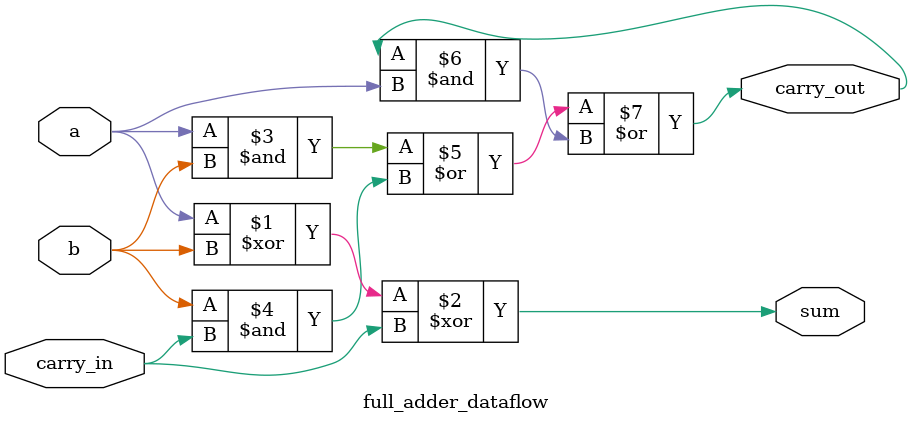
<source format=v>
module full_adder_dataflow(sum, carry_out, a, b, carry_in);
    input a, b, carry_in;
    output sum, carry_out;
    assign sum = a ^ b ^ carry_in;
    assign carry_out = (a & b)|(b & carry_in)|(carry_out & a);
endmodule

</source>
